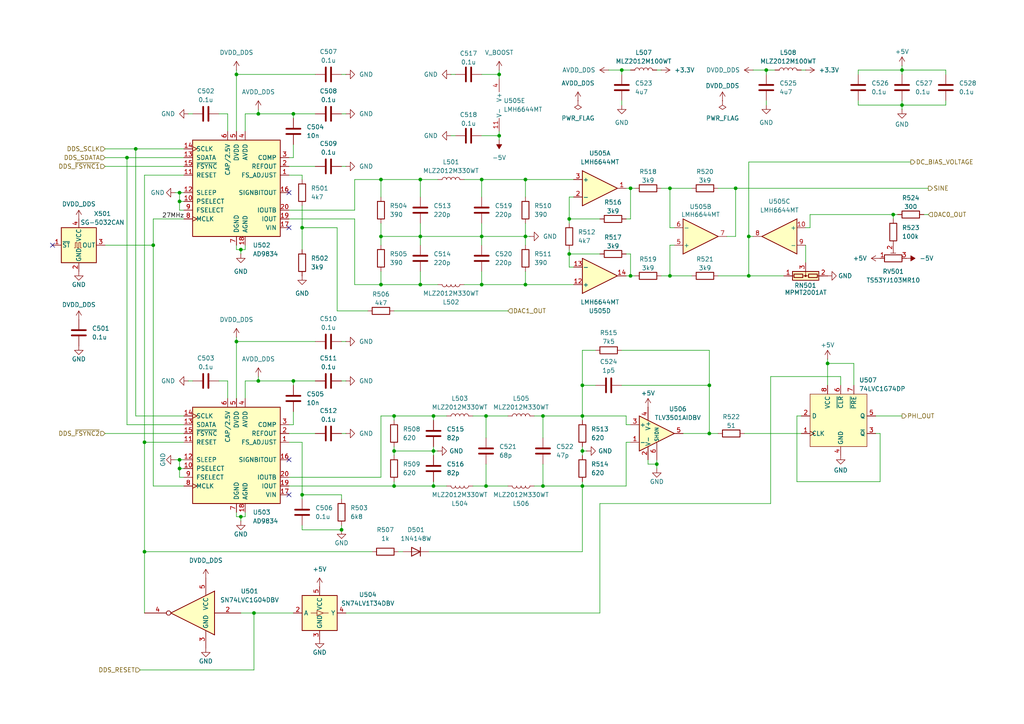
<source format=kicad_sch>
(kicad_sch (version 20231120) (generator "eeschema") (generator_version "8.0")
  (paper "A4")
  (junction (at 261.62 20.32))
  (junction (at 213.36 54.61))
  (junction (at 194.31 54.61))
  (junction (at 139.7 68.58))
  (junction (at 152.4 52.07))
  (junction (at 125.73 120.65))
  (junction (at 68.58 99.06))
  (junction (at 182.88 54.61))
  (junction (at 240.03 105.41))
  (junction (at 217.17 80.01))
  (junction (at 69.85 149.86))
  (junction (at 114.3 120.65))
  (junction (at 168.91 120.65))
  (junction (at 144.78 21.59))
  (junction (at 168.91 130.81))
  (junction (at 87.63 143.51))
  (junction (at 99.06 153.67))
  (junction (at 125.73 130.81))
  (junction (at 41.91 160.02))
  (junction (at 140.97 120.65))
  (junction (at 85.09 33.02))
  (junction (at 139.7 52.07))
  (junction (at 110.49 52.07))
  (junction (at 121.92 52.07))
  (junction (at 205.74 125.73))
  (junction (at 194.31 80.01))
  (junction (at 68.58 21.59))
  (junction (at 180.34 20.32))
  (junction (at 140.97 140.97))
  (junction (at 217.17 68.58))
  (junction (at 87.63 66.04))
  (junction (at 168.91 140.97))
  (junction (at 85.09 110.49))
  (junction (at 190.5 134.62))
  (junction (at 74.93 110.49))
  (junction (at 222.25 20.32))
  (junction (at 41.91 128.27))
  (junction (at 152.4 82.55))
  (junction (at 144.78 39.37))
  (junction (at 139.7 82.55))
  (junction (at 44.45 71.12))
  (junction (at 52.07 133.35))
  (junction (at 261.62 30.48))
  (junction (at 125.73 140.97))
  (junction (at 52.07 135.89))
  (junction (at 110.49 68.58))
  (junction (at 168.91 111.76))
  (junction (at 152.4 68.58))
  (junction (at 73.66 177.8))
  (junction (at 114.3 140.97))
  (junction (at 39.37 43.18))
  (junction (at 165.1 73.66))
  (junction (at 205.74 111.76))
  (junction (at 114.3 130.81))
  (junction (at 259.08 62.23))
  (junction (at 74.93 33.02))
  (junction (at 157.48 120.65))
  (junction (at 121.92 68.58))
  (junction (at 52.07 55.88))
  (junction (at 36.83 45.72))
  (junction (at 182.88 80.01))
  (junction (at 52.07 58.42))
  (junction (at 110.49 82.55))
  (junction (at 157.48 140.97))
  (junction (at 69.85 72.39))
  (junction (at 165.1 63.5))
  (junction (at 121.92 82.55))
  (no_connect (at 83.82 143.51))
  (no_connect (at 83.82 55.88))
  (no_connect (at 83.82 133.35))
  (no_connect (at 15.24 71.12))
  (no_connect (at 83.82 66.04))
  (wire (pts (xy 66.04 33.02) (xy 63.5 33.02)))
  (wire (pts (xy 134.62 52.07) (xy 139.7 52.07)))
  (wire (pts (xy 68.58 21.59) (xy 68.58 38.1)))
  (wire (pts (xy 99.06 99.06) (xy 100.33 99.06)))
  (wire (pts (xy 71.12 71.12) (xy 71.12 72.39)))
  (wire (pts (xy 110.49 52.07) (xy 110.49 57.15)))
  (wire (pts (xy 231.14 139.7) (xy 255.27 139.7)))
  (wire (pts (xy 68.58 97.79) (xy 68.58 99.06)))
  (wire (pts (xy 53.34 55.88) (xy 52.07 55.88)))
  (wire (pts (xy 87.63 50.8) (xy 83.82 50.8)))
  (wire (pts (xy 152.4 52.07) (xy 139.7 52.07)))
  (wire (pts (xy 68.58 71.12) (xy 68.58 72.39)))
  (wire (pts (xy 195.58 71.12) (xy 194.31 71.12)))
  (wire (pts (xy 121.92 57.15) (xy 121.92 52.07)))
  (wire (pts (xy 137.16 140.97) (xy 140.97 140.97)))
  (wire (pts (xy 125.73 130.81) (xy 127 130.81)))
  (wire (pts (xy 147.32 120.65) (xy 140.97 120.65)))
  (wire (pts (xy 85.09 33.02) (xy 91.44 33.02)))
  (wire (pts (xy 194.31 54.61) (xy 191.77 54.61)))
  (wire (pts (xy 99.06 152.4) (xy 99.06 153.67)))
  (wire (pts (xy 247.65 105.41) (xy 247.65 111.76)))
  (wire (pts (xy 168.91 140.97) (xy 181.61 140.97)))
  (wire (pts (xy 181.61 140.97) (xy 181.61 128.27)))
  (wire (pts (xy 114.3 121.92) (xy 114.3 120.65)))
  (wire (pts (xy 68.58 72.39) (xy 69.85 72.39)))
  (wire (pts (xy 125.73 139.7) (xy 125.73 140.97)))
  (wire (pts (xy 243.84 109.22) (xy 243.84 111.76)))
  (wire (pts (xy 110.49 64.77) (xy 110.49 68.58)))
  (wire (pts (xy 205.74 101.6) (xy 205.74 111.76)))
  (wire (pts (xy 52.07 138.43) (xy 53.34 138.43)))
  (wire (pts (xy 30.48 125.73) (xy 53.34 125.73)))
  (wire (pts (xy 30.48 45.72) (xy 36.83 45.72)))
  (wire (pts (xy 200.66 54.61) (xy 194.31 54.61)))
  (wire (pts (xy 190.5 20.32) (xy 191.77 20.32)))
  (wire (pts (xy 41.91 50.8) (xy 53.34 50.8)))
  (wire (pts (xy 114.3 130.81) (xy 125.73 130.81)))
  (wire (pts (xy 102.87 52.07) (xy 110.49 52.07)))
  (wire (pts (xy 87.63 152.4) (xy 87.63 153.67)))
  (wire (pts (xy 52.07 58.42) (xy 53.34 58.42)))
  (wire (pts (xy 139.7 68.58) (xy 139.7 71.12)))
  (wire (pts (xy 99.06 125.73) (xy 100.33 125.73)))
  (wire (pts (xy 85.09 45.72) (xy 85.09 41.91)))
  (wire (pts (xy 83.82 60.96) (xy 102.87 60.96)))
  (wire (pts (xy 144.78 40.64) (xy 144.78 39.37)))
  (wire (pts (xy 121.92 68.58) (xy 139.7 68.58)))
  (wire (pts (xy 223.52 109.22) (xy 243.84 109.22)))
  (wire (pts (xy 173.99 146.05) (xy 223.52 146.05)))
  (wire (pts (xy 102.87 63.5) (xy 102.87 82.55)))
  (wire (pts (xy 165.1 63.5) (xy 165.1 57.15)))
  (wire (pts (xy 165.1 72.39) (xy 165.1 73.66)))
  (wire (pts (xy 180.34 101.6) (xy 205.74 101.6)))
  (wire (pts (xy 195.58 66.04) (xy 194.31 66.04)))
  (wire (pts (xy 234.95 66.04) (xy 234.95 62.23)))
  (wire (pts (xy 121.92 52.07) (xy 127 52.07)))
  (wire (pts (xy 248.92 20.32) (xy 248.92 21.59)))
  (wire (pts (xy 187.96 134.62) (xy 190.5 134.62)))
  (wire (pts (xy 74.93 33.02) (xy 85.09 33.02)))
  (wire (pts (xy 74.93 109.22) (xy 74.93 110.49)))
  (wire (pts (xy 39.37 43.18) (xy 39.37 120.65)))
  (wire (pts (xy 168.91 120.65) (xy 168.91 111.76)))
  (wire (pts (xy 261.62 29.21) (xy 261.62 30.48)))
  (wire (pts (xy 210.82 68.58) (xy 213.36 68.58)))
  (wire (pts (xy 205.74 125.73) (xy 198.12 125.73)))
  (wire (pts (xy 233.68 66.04) (xy 234.95 66.04)))
  (wire (pts (xy 71.12 110.49) (xy 74.93 110.49)))
  (wire (pts (xy 168.91 140.97) (xy 168.91 139.7)))
  (wire (pts (xy 54.61 33.02) (xy 55.88 33.02)))
  (wire (pts (xy 69.85 149.86) (xy 71.12 149.86)))
  (wire (pts (xy 68.58 149.86) (xy 69.85 149.86)))
  (wire (pts (xy 30.48 71.12) (xy 44.45 71.12)))
  (wire (pts (xy 114.3 132.08) (xy 114.3 130.81)))
  (wire (pts (xy 71.12 148.59) (xy 71.12 149.86)))
  (wire (pts (xy 223.52 146.05) (xy 223.52 109.22)))
  (wire (pts (xy 218.44 68.58) (xy 217.17 68.58)))
  (wire (pts (xy 144.78 38.1) (xy 144.78 39.37)))
  (wire (pts (xy 187.96 133.35) (xy 187.96 134.62)))
  (wire (pts (xy 52.07 58.42) (xy 52.07 60.96)))
  (wire (pts (xy 140.97 120.65) (xy 137.16 120.65)))
  (wire (pts (xy 102.87 82.55) (xy 110.49 82.55)))
  (wire (pts (xy 91.44 21.59) (xy 68.58 21.59)))
  (wire (pts (xy 232.41 20.32) (xy 233.68 20.32)))
  (wire (pts (xy 30.48 43.18) (xy 39.37 43.18)))
  (wire (pts (xy 41.91 160.02) (xy 107.95 160.02)))
  (wire (pts (xy 261.62 20.32) (xy 261.62 21.59)))
  (wire (pts (xy 71.12 33.02) (xy 74.93 33.02)))
  (wire (pts (xy 168.91 130.81) (xy 168.91 132.08)))
  (wire (pts (xy 124.46 160.02) (xy 168.91 160.02)))
  (wire (pts (xy 114.3 140.97) (xy 114.3 139.7)))
  (wire (pts (xy 85.09 110.49) (xy 91.44 110.49)))
  (wire (pts (xy 83.82 123.19) (xy 85.09 123.19)))
  (wire (pts (xy 140.97 140.97) (xy 147.32 140.97)))
  (wire (pts (xy 83.82 125.73) (xy 91.44 125.73)))
  (wire (pts (xy 173.99 63.5) (xy 165.1 63.5)))
  (wire (pts (xy 194.31 71.12) (xy 194.31 80.01)))
  (wire (pts (xy 39.37 120.65) (xy 53.34 120.65)))
  (wire (pts (xy 232.41 120.65) (xy 231.14 120.65)))
  (wire (pts (xy 152.4 57.15) (xy 152.4 52.07)))
  (wire (pts (xy 261.62 30.48) (xy 261.62 31.75)))
  (wire (pts (xy 66.04 115.57) (xy 66.04 110.49)))
  (wire (pts (xy 68.58 99.06) (xy 68.58 115.57)))
  (wire (pts (xy 213.36 68.58) (xy 213.36 54.61)))
  (wire (pts (xy 125.73 120.65) (xy 129.54 120.65)))
  (wire (pts (xy 71.12 38.1) (xy 71.12 33.02)))
  (wire (pts (xy 53.34 133.35) (xy 52.07 133.35)))
  (wire (pts (xy 125.73 129.54) (xy 125.73 130.81)))
  (wire (pts (xy 205.74 111.76) (xy 205.74 125.73)))
  (wire (pts (xy 240.03 105.41) (xy 240.03 111.76)))
  (wire (pts (xy 274.32 30.48) (xy 274.32 29.21)))
  (wire (pts (xy 168.91 120.65) (xy 181.61 120.65)))
  (wire (pts (xy 180.34 111.76) (xy 205.74 111.76)))
  (wire (pts (xy 165.1 57.15) (xy 166.37 57.15)))
  (wire (pts (xy 182.88 73.66) (xy 181.61 73.66)))
  (wire (pts (xy 182.88 54.61) (xy 181.61 54.61)))
  (wire (pts (xy 50.8 55.88) (xy 52.07 55.88)))
  (wire (pts (xy 69.85 72.39) (xy 71.12 72.39)))
  (wire (pts (xy 259.08 62.23) (xy 260.35 62.23)))
  (wire (pts (xy 165.1 63.5) (xy 165.1 64.77)))
  (wire (pts (xy 152.4 64.77) (xy 152.4 68.58)))
  (wire (pts (xy 157.48 120.65) (xy 168.91 120.65)))
  (wire (pts (xy 125.73 130.81) (xy 125.73 132.08)))
  (wire (pts (xy 217.17 68.58) (xy 217.17 46.99)))
  (wire (pts (xy 255.27 139.7) (xy 255.27 125.73)))
  (wire (pts (xy 69.85 177.8) (xy 73.66 177.8)))
  (wire (pts (xy 222.25 20.32) (xy 224.79 20.32)))
  (wire (pts (xy 274.32 20.32) (xy 261.62 20.32)))
  (wire (pts (xy 44.45 63.5) (xy 44.45 71.12)))
  (wire (pts (xy 165.1 77.47) (xy 166.37 77.47)))
  (wire (pts (xy 180.34 20.32) (xy 182.88 20.32)))
  (wire (pts (xy 83.82 128.27) (xy 87.63 128.27)))
  (wire (pts (xy 139.7 82.55) (xy 152.4 82.55)))
  (wire (pts (xy 83.82 140.97) (xy 114.3 140.97)))
  (wire (pts (xy 182.88 63.5) (xy 182.88 54.61)))
  (wire (pts (xy 157.48 120.65) (xy 154.94 120.65)))
  (wire (pts (xy 261.62 19.05) (xy 261.62 20.32)))
  (wire (pts (xy 99.06 21.59) (xy 100.33 21.59)))
  (wire (pts (xy 83.82 63.5) (xy 102.87 63.5)))
  (wire (pts (xy 110.49 52.07) (xy 121.92 52.07)))
  (wire (pts (xy 181.61 128.27) (xy 182.88 128.27)))
  (wire (pts (xy 154.94 140.97) (xy 157.48 140.97)))
  (wire (pts (xy 222.25 21.59) (xy 222.25 20.32)))
  (wire (pts (xy 102.87 60.96) (xy 102.87 52.07)))
  (wire (pts (xy 87.63 143.51) (xy 99.06 143.51)))
  (wire (pts (xy 121.92 64.77) (xy 121.92 68.58)))
  (wire (pts (xy 173.99 73.66) (xy 165.1 73.66)))
  (wire (pts (xy 110.49 120.65) (xy 110.49 138.43)))
  (wire (pts (xy 44.45 140.97) (xy 53.34 140.97)))
  (wire (pts (xy 73.66 177.8) (xy 85.09 177.8)))
  (wire (pts (xy 254 120.65) (xy 261.62 120.65)))
  (wire (pts (xy 69.85 72.39) (xy 69.85 73.66)))
  (wire (pts (xy 87.63 66.04) (xy 97.79 66.04)))
  (wire (pts (xy 68.58 148.59) (xy 68.58 149.86)))
  (wire (pts (xy 110.49 82.55) (xy 121.92 82.55)))
  (wire (pts (xy 83.82 48.26) (xy 91.44 48.26)))
  (wire (pts (xy 53.34 128.27) (xy 41.91 128.27)))
  (wire (pts (xy 217.17 46.99) (xy 264.16 46.99)))
  (wire (pts (xy 99.06 33.02) (xy 100.33 33.02)))
  (wire (pts (xy 218.44 20.32) (xy 222.25 20.32)))
  (wire (pts (xy 41.91 160.02) (xy 41.91 177.8)))
  (wire (pts (xy 83.82 138.43) (xy 110.49 138.43)))
  (wire (pts (xy 130.81 21.59) (xy 132.08 21.59)))
  (wire (pts (xy 85.09 33.02) (xy 85.09 34.29)))
  (wire (pts (xy 215.9 125.73) (xy 232.41 125.73)))
  (wire (pts (xy 152.4 82.55) (xy 166.37 82.55)))
  (wire (pts (xy 217.17 80.01) (xy 227.33 80.01)))
  (wire (pts (xy 168.91 111.76) (xy 172.72 111.76)))
  (wire (pts (xy 240.03 105.41) (xy 247.65 105.41)))
  (wire (pts (xy 182.88 80.01) (xy 182.88 73.66)))
  (wire (pts (xy 87.63 153.67) (xy 99.06 153.67)))
  (wire (pts (xy 259.08 62.23) (xy 259.08 63.5)))
  (wire (pts (xy 274.32 21.59) (xy 274.32 20.32)))
  (wire (pts (xy 152.4 68.58) (xy 153.67 68.58)))
  (wire (pts (xy 139.7 57.15) (xy 139.7 52.07)))
  (wire (pts (xy 71.12 115.57) (xy 71.12 110.49)))
  (wire (pts (xy 205.74 125.73) (xy 208.28 125.73)))
  (wire (pts (xy 168.91 111.76) (xy 168.91 101.6)))
  (wire (pts (xy 180.34 21.59) (xy 180.34 20.32)))
  (wire (pts (xy 231.14 120.65) (xy 231.14 139.7)))
  (wire (pts (xy 181.61 63.5) (xy 182.88 63.5)))
  (wire (pts (xy 52.07 55.88) (xy 52.07 58.42)))
  (wire (pts (xy 157.48 127) (xy 157.48 120.65)))
  (wire (pts (xy 99.06 110.49) (xy 100.33 110.49)))
  (wire (pts (xy 66.04 110.49) (xy 63.5 110.49)))
  (wire (pts (xy 52.07 135.89) (xy 52.07 138.43)))
  (wire (pts (xy 125.73 120.65) (xy 125.73 121.92)))
  (wire (pts (xy 114.3 120.65) (xy 125.73 120.65)))
  (wire (pts (xy 50.8 133.35) (xy 52.07 133.35)))
  (wire (pts (xy 140.97 140.97) (xy 140.97 134.62)))
  (wire (pts (xy 91.44 99.06) (xy 68.58 99.06)))
  (wire (pts (xy 213.36 54.61) (xy 208.28 54.61)))
  (wire (pts (xy 194.31 80.01) (xy 191.77 80.01)))
  (wire (pts (xy 39.37 43.18) (xy 53.34 43.18)))
  (wire (pts (xy 152.4 82.55) (xy 152.4 78.74)))
  (wire (pts (xy 240.03 104.14) (xy 240.03 105.41)))
  (wire (pts (xy 125.73 140.97) (xy 129.54 140.97)))
  (wire (pts (xy 121.92 68.58) (xy 121.92 71.12)))
  (wire (pts (xy 54.61 110.49) (xy 55.88 110.49)))
  (wire (pts (xy 190.5 134.62) (xy 190.5 135.89)))
  (wire (pts (xy 115.57 160.02) (xy 116.84 160.02)))
  (wire (pts (xy 144.78 22.86) (xy 144.78 21.59)))
  (wire (pts (xy 168.91 121.92) (xy 168.91 120.65)))
  (wire (pts (xy 30.48 48.26) (xy 53.34 48.26)))
  (wire (pts (xy 73.66 177.8) (xy 73.66 194.31)))
  (wire (pts (xy 52.07 60.96) (xy 53.34 60.96)))
  (wire (pts (xy 157.48 140.97) (xy 157.48 134.62)))
  (wire (pts (xy 190.5 134.62) (xy 190.5 133.35)))
  (wire (pts (xy 110.49 78.74) (xy 110.49 82.55)))
  (wire (pts (xy 85.09 110.49) (xy 85.09 111.76)))
  (wire (pts (xy 114.3 120.65) (xy 110.49 120.65)))
  (wire (pts (xy 36.83 123.19) (xy 53.34 123.19)))
  (wire (pts (xy 233.68 71.12) (xy 233.68 76.2)))
  (wire (pts (xy 168.91 160.02) (xy 168.91 140.97)))
  (wire (pts (xy 110.49 68.58) (xy 110.49 71.12)))
  (wire (pts (xy 261.62 20.32) (xy 248.92 20.32)))
  (wire (pts (xy 121.92 82.55) (xy 121.92 78.74)))
  (wire (pts (xy 99.06 144.78) (xy 99.06 143.51)))
  (wire (pts (xy 168.91 130.81) (xy 170.18 130.81)))
  (wire (pts (xy 74.93 110.49) (xy 85.09 110.49)))
  (wire (pts (xy 248.92 30.48) (xy 261.62 30.48)))
  (wire (pts (xy 213.36 54.61) (xy 269.24 54.61)))
  (wire (pts (xy 83.82 45.72) (xy 85.09 45.72)))
  (wire (pts (xy 97.79 90.17) (xy 106.68 90.17)))
  (wire (pts (xy 181.61 123.19) (xy 181.61 120.65)))
  (wire (pts (xy 69.85 149.86) (xy 69.85 151.13)))
  (wire (pts (xy 44.45 63.5) (xy 53.34 63.5)))
  (wire (pts (xy 52.07 135.89) (xy 53.34 135.89)))
  (wire (pts (xy 68.58 20.32) (xy 68.58 21.59)))
  (wire (pts (xy 40.64 194.31) (xy 73.66 194.31)))
  (wire (pts (xy 87.63 59.69) (xy 87.63 66.04)))
  (wire (pts (xy 99.06 48.26) (xy 100.33 48.26)))
  (wire (pts (xy 139.7 21.59) (xy 144.78 21.59)))
  (wire (pts (xy 152.4 71.12) (xy 152.4 68.58)))
  (wire (pts (xy 261.62 30.48) (xy 274.32 30.48)))
  (wire (pts (xy 184.15 80.01) (xy 182.88 80.01)))
  (wire (pts (xy 217.17 68.58) (xy 217.17 80.01)))
  (wire (pts (xy 173.99 177.8) (xy 173.99 146.05)))
  (wire (pts (xy 114.3 130.81) (xy 114.3 129.54)))
  (wire (pts (xy 139.7 64.77) (xy 139.7 68.58)))
  (wire (pts (xy 248.92 29.21) (xy 248.92 30.48)))
  (wire (pts (xy 139.7 39.37) (xy 144.78 39.37)))
  (wire (pts (xy 66.04 38.1) (xy 66.04 33.02)))
  (wire (pts (xy 139.7 82.55) (xy 139.7 78.74)))
  (wire (pts (xy 85.09 123.19) (xy 85.09 119.38)))
  (wire (pts (xy 41.91 128.27) (xy 41.91 160.02)))
  (wire (pts (xy 114.3 90.17) (xy 147.32 90.17)))
  (wire (pts (xy 181.61 80.01) (xy 182.88 80.01)))
  (wire (pts (xy 168.91 101.6) (xy 172.72 101.6)))
  (wire (pts (xy 134.62 82.55) (xy 139.7 82.55)))
  (wire (pts (xy 222.25 29.21) (xy 222.25 30.48)))
  (wire (pts (xy 182.88 123.19) (xy 181.61 123.19)))
  (wire (pts (xy 36.83 45.72) (xy 53.34 45.72)))
  (wire (pts (xy 44.45 71.12) (xy 44.45 140.97)))
  (wire (pts (xy 180.34 29.21) (xy 180.34 30.48)))
  (wire (pts (xy 125.73 140.97) (xy 114.3 140.97)))
  (wire (pts (xy 74.93 31.75) (xy 74.93 33.02)))
  (wire (pts (xy 130.81 39.37) (xy 132.08 39.37)))
  (wire (pts (xy 165.1 73.66) (xy 165.1 77.47)))
  (wire (pts (xy 87.63 144.78) (xy 87.63 143.51)))
  (wire (pts (xy 87.63 143.51) (xy 87.63 128.27)))
  (wire (pts (xy 234.95 62.23) (xy 259.08 62.23)))
  (wire (pts (xy 176.53 20.32) (xy 180.34 20.32)))
  (wire (pts (xy 100.33 177.8) (xy 173.99 177.8)))
  (wire (pts (xy 267.97 62.23) (xy 269.24 62.23)))
  (wire (pts (xy 144.78 20.32) (xy 144.78 21.59)))
  (wire (pts (xy 168.91 129.54) (xy 168.91 130.81)))
  (wire (pts (xy 121.92 82.55) (xy 127 82.55)))
  (wire (pts (xy 87.63 52.07) (xy 87.63 50.8)))
  (wire (pts (xy 140.97 127) (xy 140.97 120.65)))
  (wire (pts (xy 36.83 45.72) (xy 36.83 123.19)))
  (wire (pts (xy 194.31 66.04) (xy 194.31 54.61)))
  (wire (pts (xy 152.4 52.07) (xy 166.37 52.07)))
  (wire (pts (xy 87.63 66.04) (xy 87.63 72.39)))
  (wire (pts (xy 52.07 133.35) (xy 52.07 135.89)))
  (wire (pts (xy 255.27 125.73) (xy 254 125.73)))
  (wire (pts (xy 208.28 80.01) (xy 217.17 80.01)))
  (wire (pts (xy 139.7 68.58) (xy 152.4 68.58)))
  (wire (pts (xy 97.79 66.04) (xy 97.79 90.17)))
  (wire (pts (xy 41.91 128.27) (xy 41.91 50.8)))
  (wire (pts (xy 110.49 68.58) (xy 121.92 68.58)))
  (wire (pts (xy 184.15 54.61) (xy 182.88 54.61)))
  (wire (pts (xy 194.31 80.01) (xy 200.66 80.01)))
  (wire (pts (xy 157.48 140.97) (xy 168.91 140.97)))
  (label "27MHz" (at 46.99 63.5 0))
  (hierarchical_label "DDS_~{FSYNC1}" (shape input) (at 30.48 48.26 180))
  (hierarchical_label "PHI_OUT" (shape output) (at 261.62 120.65 0))
  (hierarchical_label "DC_BIAS_VOLTAGE" (shape output) (at 264.16 46.99 0))
  (hierarchical_label "DDS_RESET" (shape input) (at 40.64 194.31 180))
  (hierarchical_label "DDS_SCLK" (shape input) (at 30.48 43.18 180))
  (hierarchical_label "DAC0_OUT" (shape input) (at 269.24 62.23 0))
  (hierarchical_label "SINE" (shape output) (at 269.24 54.61 0))
  (hierarchical_label "DDS_~{FSYNC2}" (shape input) (at 30.48 125.73 180))
  (hierarchical_label "DAC1_OUT" (shape input) (at 147.32 90.17 0))
  (hierarchical_label "DDS_SDATA" (shape input) (at 30.48 45.72 180))
  (symbol (lib_id "power:GND") (at 222.25 30.48 0) (unit 1)
    (property "Reference" "#PWR0540" (effects (hide yes)))
    (property "Value" "GND" (at 222.25 35.56 0))
    (property "Description" "Power symbol creates a global label with name \"GND\" , ground" (effects (hide yes)))
  )
  (symbol (lib_id "power:GND") (at 130.81 39.37 270) (unit 1)
    (property "Reference" "#PWR0529" (effects (hide yes)))
    (property "Value" "GND" (at 127 39.3699 90) (effects (justify right)))
    (property "Description" "Power symbol creates a global label with name \"GND\" , ground" (effects (hide yes)))
  )
  (symbol (lib_id "Device:VoltageDivider_CenterPin3") (at 233.68 80.01 90) (unit 1)
    (property "Reference" "RN501" (at 230.378 82.804 90) (effects (justify right)))
    (property "Value" "MPMT2001AT" (at 227.584 84.836 90) (effects (justify right)))
    (property "Footprint" "Package_TO_SOT_SMD:SOT-23" (effects (hide yes)))
  )
  (symbol (lib_id "Device:C") (at 248.92 25.4 0) (unit 1)
    (property "Reference" "C526" (at 252.73 24.1299 0) (effects (justify left)))
    (property "Value" "0.1u" (at 252.73 26.6699 0) (effects (justify left)))
    (property "Footprint" "Capacitor_SMD:C_0603_1608Metric_Pad1.08x0.95mm_HandSolder" (effects (hide yes)))
    (property "Description" "Unpolarized capacitor" (effects (hide yes)))
  )
  (symbol (lib_id "Comparator:TLV3501AIDBV") (at 190.5 125.73 0) (unit 1)
    (property "Reference" "U506" (at 196.596 118.618 0))
    (property "Value" "TLV3501AIDBV" (at 196.596 121.158 0))
    (property "Footprint" "Package_TO_SOT_SMD:SOT-23-6" (effects (hide yes)))
    (property "Datasheet" "https://www.ti.com/lit/ds/symlink/tlv3501.pdf" (effects (hide yes)))
    (property "Description" "High-Speed Comparator, 4.5-ns, Rail-to-Rail, Push-Pull CMOS Output, SOT-23-6" (effects (hide yes)))
  )
  (symbol (lib_id "ETH1LCR3:AVDD_DDS") (at 74.93 109.22 0) (unit 1)
    (property "Reference" "#PWR0516" (effects (hide yes)))
    (property "Value" "AVDD_DDS" (at 74.93 104.14 0))
  )
  (symbol (lib_id "Device:R") (at 259.08 67.31 0) (unit 1)
    (property "Reference" "R523" (at 261.62 66.0399 0) (effects (justify left)))
    (property "Value" "100k" (at 261.62 68.5799 0) (effects (justify left)))
    (property "Footprint" "Resistor_SMD:R_0603_1608Metric_Pad0.98x0.95mm_HandSolder" (effects (hide yes)))
    (property "Description" "Resistor" (effects (hide yes)))
  )
  (symbol (lib_id "power:GND") (at 50.8 133.35 270) (unit 1)
    (property "Reference" "#PWR0506" (effects (hide yes)))
    (property "Value" "GND" (at 47.244 135.382 0) (effects (justify right)))
    (property "Description" "Power symbol creates a global label with name \"GND\" , ground" (effects (hide yes)))
  )
  (symbol (lib_id "Device:L") (at 228.6 20.32 90) (unit 1)
    (property "Reference" "L508" (at 228.6 15.24 90))
    (property "Value" "MLZ2012M100WT" (at 228.6 17.78 90))
    (property "Footprint" "Inductor_SMD:L_0805_2012Metric_Pad1.05x1.20mm_HandSolder" (effects (hide yes)))
    (property "Description" "Inductor" (effects (hide yes)))
  )
  (symbol (lib_id "Device:R") (at 114.3 125.73 0) (unit 1)
    (property "Reference" "R508" (at 116.84 124.4599 0) (effects (justify left)))
    (property "Value" "620" (at 116.84 126.9999 0) (effects (justify left)))
    (property "Footprint" "Resistor_SMD:R_0603_1608Metric_Pad0.98x0.95mm_HandSolder" (effects (hide yes)))
    (property "Description" "Resistor" (effects (hide yes)))
  )
  (symbol (lib_id "ETH1LCR3:DVDD_DDS") (at 22.86 63.5 0) (unit 1)
    (property "Reference" "#PWR0501" (effects (hide yes)))
    (property "Value" "DVDD_DDS" (at 22.86 59.182 0))
  )
  (symbol (lib_id "Device:R") (at 152.4 60.96 0) (unit 1)
    (property "Reference" "R510" (at 154.94 59.6899 0) (effects (justify left)))
    (property "Value" "390" (at 154.94 62.2299 0) (effects (justify left)))
    (property "Footprint" "Resistor_SMD:R_0603_1608Metric_Pad0.98x0.95mm_HandSolder" (effects (hide yes)))
    (property "Description" "Resistor" (effects (hide yes)))
  )
  (symbol (lib_id "power:GND") (at 243.84 132.08 0) (unit 1)
    (property "Reference" "#PWR0544" (effects (hide yes)))
    (property "Value" "GND" (at 243.84 136.398 0))
    (property "Description" "Power symbol creates a global label with name \"GND\" , ground" (effects (hide yes)))
  )
  (symbol (lib_id "power:GND") (at 100.33 48.26 90) (unit 1)
    (property "Reference" "#PWR0523" (effects (hide yes)))
    (property "Value" "GND" (at 104.14 48.2599 90) (effects (justify right)))
    (property "Description" "Power symbol creates a global label with name \"GND\" , ground" (effects (hide yes)))
  )
  (symbol (lib_id "Device:R_Potentiometer_Trim") (at 259.08 74.93 90) (unit 1)
    (property "Reference" "RV501" (at 259.08 78.74 90))
    (property "Value" "TS53YJ103MR10" (at 259.08 81.28 90))
    (property "Footprint" "Potentiometer_SMD:Potentiometer_Vishay_TS53YJ_Vertical" (effects (hide yes)))
    (property "Description" "Trim-potentiometer" (effects (hide yes)))
  )
  (symbol (lib_id "Device:C") (at 157.48 130.81 0) (unit 1)
    (property "Reference" "C522" (at 161.29 129.5399 0) (effects (justify left)))
    (property "Value" "47p" (at 161.29 132.0799 0) (effects (justify left)))
    (property "Footprint" "Capacitor_SMD:C_0603_1608Metric_Pad1.08x0.95mm_HandSolder" (effects (hide yes)))
    (property "Description" "Unpolarized capacitor" (effects (hide yes)))
  )
  (symbol (lib_id "ETH1LCR3:AVDD_DDS") (at 176.53 20.32 90) (unit 1)
    (property "Reference" "#PWR0533" (effects (hide yes)))
    (property "Value" "AVDD_DDS" (at 172.72 20.3199 90) (effects (justify left)))
  )
  (symbol (lib_id "Device:R") (at 87.63 76.2 180) (unit 1)
    (property "Reference" "R502" (at 90.17 74.9299 0) (effects (justify right)))
    (property "Value" "3k9" (at 90.17 77.4699 0) (effects (justify right)))
    (property "Footprint" "Resistor_SMD:R_0603_1608Metric_Pad0.98x0.95mm_HandSolder" (effects (hide yes)))
    (property "Description" "Resistor" (effects (hide yes)))
  )
  (symbol (lib_id "Device:C") (at 222.25 25.4 0) (unit 1)
    (property "Reference" "C525" (at 226.06 24.1299 0) (effects (justify left)))
    (property "Value" "4u7" (at 226.06 26.6699 0) (effects (justify left)))
    (property "Footprint" "Capacitor_SMD:C_0805_2012Metric_Pad1.18x1.45mm_HandSolder" (effects (hide yes)))
    (property "Description" "Unpolarized capacitor" (effects (hide yes)))
  )
  (symbol (lib_id "power:GND") (at 99.06 153.67 0) (unit 1)
    (property "Reference" "#PWR0520" (effects (hide yes)))
    (property "Value" "GND" (at 99.06 157.48 0))
    (property "Description" "Power symbol creates a global label with name \"GND\" , ground" (effects (hide yes)))
  )
  (symbol (lib_id "ETH1LCR3:LMH6644MT") (at 144.78 30.48 0) (unit 5)
    (property "Reference" "U505" (at 146.05 29.2099 0) (effects (justify left)))
    (property "Value" "LMH6644MT" (at 146.05 31.7499 0) (effects (justify left)))
    (property "Footprint" "Package_SO:TSSOP-14_4.4x5mm_P0.65mm" (effects (hide yes)))
    (property "Datasheet" "https://www.ti.com/product/LMH6644" (effects (hide yes)))
    (property "Description" "LMH664x Low Power, 130 MHz, 75 mA Rail-to-Rail Output Amplifiers" (effects (hide yes)))
  )
  (symbol (lib_id "power:GND") (at 100.33 21.59 90) (unit 1)
    (property "Reference" "#PWR0521" (effects (hide yes)))
    (property "Value" "GND" (at 104.14 21.5899 90) (effects (justify right)))
    (property "Description" "Power symbol creates a global label with name \"GND\" , ground" (effects (hide yes)))
  )
  (symbol (lib_id "Device:R") (at 168.91 125.73 0) (unit 1)
    (property "Reference" "R513" (at 171.45 124.4599 0) (effects (justify left)))
    (property "Value" "620" (at 171.45 126.9999 0) (effects (justify left)))
    (property "Footprint" "Resistor_SMD:R_0603_1608Metric_Pad0.98x0.95mm_HandSolder" (effects (hide yes)))
    (property "Description" "Resistor" (effects (hide yes)))
  )
  (symbol (lib_id "Oscillator:SG-5032CAN") (at 22.86 71.12 0) (unit 1)
    (property "Reference" "X501" (at 29.718 61.976 0))
    (property "Value" "SG-5032CAN" (at 29.718 64.516 0))
    (property "Footprint" "Oscillator:Oscillator_SMD_SeikoEpson_SG8002LB-4Pin_5.0x3.2mm" (effects (hide yes)))
    (property "Datasheet" "https://support.epson.biz/td/api/doc_check.php?dl=brief_SG5032CAN&lang=en" (effects (hide yes)))
    (property "Description" "CMOS Clock Oscillator 1 to 75 MHz" (effects (hide yes)))
  )
  (symbol (lib_id "Interface:AD9834") (at 68.58 133.35 0) (unit 1)
    (property "Reference" "U503" (at 73.3141 148.59 0) (effects (justify left)))
    (property "Value" "AD9834" (at 73.3141 151.13 0) (effects (justify left)))
    (property "Footprint" "Package_SO:TSSOP-20_4.4x6.5mm_P0.65mm" (effects (hide yes)))
    (property "Datasheet" "https://www.analog.com/static/imported-files/data_sheets/AD9834.pdf" (effects (hide yes)))
    (property "Description" "10 bit 75 MHz Complete Direct Digital Synthesizer, 2.3V to 5.5V, 20mW, TSSOP-20" (effects (hide yes)))
  )
  (symbol (lib_id "Device:C") (at 85.09 115.57 0) (unit 1)
    (property "Reference" "C505" (at 88.9 114.2999 0) (effects (justify left)))
    (property "Value" "10n" (at 88.9 116.8399 0) (effects (justify left)))
    (property "Footprint" "Capacitor_SMD:C_0603_1608Metric_Pad1.08x0.95mm_HandSolder" (effects (hide yes)))
    (property "Description" "Unpolarized capacitor" (effects (hide yes)))
  )
  (symbol (lib_id "ETH1LCR3:DVDD_DDS") (at 218.44 20.32 90) (unit 1)
    (property "Reference" "#PWR0539" (effects (hide yes)))
    (property "Value" "DVDD_DDS" (at 214.63 20.3199 90) (effects (justify left)))
  )
  (symbol (lib_id "Device:C") (at 95.25 21.59 90) (unit 1)
    (property "Reference" "C507" (at 95.25 14.986 90))
    (property "Value" "0.1u" (at 95.25 17.526 90))
    (property "Footprint" "Capacitor_SMD:C_0603_1608Metric_Pad1.08x0.95mm_HandSolder" (effects (hide yes)))
    (property "Description" "Unpolarized capacitor" (effects (hide yes)))
  )
  (symbol (lib_id "Device:C") (at 261.62 25.4 0) (unit 1)
    (property "Reference" "C527" (at 265.43 24.1299 0) (effects (justify left)))
    (property "Value" "0.1u" (at 265.43 26.6699 0) (effects (justify left)))
    (property "Footprint" "Capacitor_SMD:C_0603_1608Metric_Pad1.08x0.95mm_HandSolder" (effects (hide yes)))
    (property "Description" "Unpolarized capacitor" (effects (hide yes)))
  )
  (symbol (lib_id "Device:L") (at 130.81 82.55 270) (unit 1)
    (property "Reference" "L502" (at 130.81 87.63 90))
    (property "Value" "MLZ2012M330WT" (at 130.81 85.09 90))
    (property "Footprint" "Inductor_SMD:L_0805_2012Metric_Pad1.05x1.20mm_HandSolder" (effects (hide yes)))
    (property "Description" "Inductor" (effects (hide yes)))
  )
  (symbol (lib_id "Device:R") (at 212.09 125.73 90) (unit 1)
    (property "Reference" "R522" (at 212.09 120.904 90))
    (property "Value" "51" (at 212.09 123.444 90))
    (property "Footprint" "Resistor_SMD:R_0603_1608Metric_Pad0.98x0.95mm_HandSolder" (effects (hide yes)))
    (property "Description" "Resistor" (effects (hide yes)))
  )
  (symbol (lib_id "Device:R") (at 264.16 62.23 90) (unit 1)
    (property "Reference" "R524" (at 264.16 57.404 90))
    (property "Value" "300" (at 264.16 59.944 90))
    (property "Footprint" "Resistor_SMD:R_0603_1608Metric_Pad0.98x0.95mm_HandSolder" (effects (hide yes)))
    (property "Description" "Resistor" (effects (hide yes)))
  )
  (symbol (lib_id "Device:R") (at 152.4 74.93 0) (unit 1)
    (property "Reference" "R511" (at 154.94 73.6599 0) (effects (justify left)))
    (property "Value" "390" (at 154.94 76.1999 0) (effects (justify left)))
    (property "Footprint" "Resistor_SMD:R_0603_1608Metric_Pad0.98x0.95mm_HandSolder" (effects (hide yes)))
    (property "Description" "Resistor" (effects (hide yes)))
  )
  (symbol (lib_id "power:GND") (at 22.86 100.33 0) (unit 1)
    (property "Reference" "#PWR0504" (effects (hide yes)))
    (property "Value" "GND" (at 22.86 104.14 0))
    (property "Description" "Power symbol creates a global label with name \"GND\" , ground" (effects (hide yes)))
  )
  (symbol (lib_id "Device:L") (at 186.69 20.32 90) (unit 1)
    (property "Reference" "L507" (at 186.69 15.24 90))
    (property "Value" "MLZ2012M100WT" (at 186.69 17.78 90))
    (property "Footprint" "Inductor_SMD:L_0805_2012Metric_Pad1.05x1.20mm_HandSolder" (effects (hide yes)))
    (property "Description" "Inductor" (effects (hide yes)))
  )
  (symbol (lib_id "ETH1LCR3:AVDD_DDS") (at 74.93 31.75 0) (unit 1)
    (property "Reference" "#PWR0515" (effects (hide yes)))
    (property "Value" "AVDD_DDS" (at 74.93 26.67 0))
  )
  (symbol (lib_id "Device:R") (at 177.8 63.5 90) (unit 1)
    (property "Reference" "R516" (at 177.8 58.674 90))
    (property "Value" "3k9" (at 177.8 61.214 90))
    (property "Footprint" "Resistor_SMD:R_0603_1608Metric_Pad0.98x0.95mm_HandSolder" (effects (hide yes)))
    (property "Description" "Resistor" (effects (hide yes)))
  )
  (symbol (lib_id "Device:L") (at 130.81 52.07 90) (unit 1)
    (property "Reference" "L501" (at 130.81 46.99 90))
    (property "Value" "MLZ2012M330WT" (at 130.81 49.53 90))
    (property "Footprint" "Inductor_SMD:L_0805_2012Metric_Pad1.05x1.20mm_HandSolder" (effects (hide yes)))
    (property "Description" "Inductor" (effects (hide yes)))
  )
  (symbol (lib_id "Interface:AD9834") (at 68.58 55.88 0) (unit 1)
    (property "Reference" "U502" (at 73.3141 71.12 0) (effects (justify left)))
    (property "Value" "AD9834" (at 73.3141 73.66 0) (effects (justify left)))
    (property "Footprint" "Package_SO:TSSOP-20_4.4x6.5mm_P0.65mm" (effects (hide yes)))
    (property "Datasheet" "https://www.analog.com/static/imported-files/data_sheets/AD9834.pdf" (effects (hide yes)))
    (property "Description" "10 bit 75 MHz Complete Direct Digital Synthesizer, 2.3V to 5.5V, 20mW, TSSOP-20" (effects (hide yes)))
  )
  (symbol (lib_id "ETH1LCR3:74LVC1G74DP") (at 243.84 121.92 0) (unit 1)
    (property "Reference" "U507" (at 249.174 110.236 0) (effects (justify left)))
    (property "Value" "74LVC1G74DP" (at 249.174 112.776 0) (effects (justify left)))
    (property "Footprint" "Package_SO:TSSOP-8_3x3mm_P0.65mm" (effects (hide yes)))
    (property "Datasheet" "https://assets.nexperia.com/documents/data-sheet/74LVC1G74.pdf" (effects (hide yes)))
    (property "Description" "Single D-type flip-flop with set and reset, positive edge trigger" (effects (hide yes)))
  )
  (symbol (lib_id "Device:C") (at 87.63 148.59 0) (unit 1)
    (property "Reference" "C506" (at 91.44 147.3199 0) (effects (justify left)))
    (property "Value" "0.1u" (at 91.44 149.8599 0) (effects (justify left)))
    (property "Footprint" "Capacitor_SMD:C_0603_1608Metric_Pad1.08x0.95mm_HandSolder" (effects (hide yes)))
    (property "Description" "Unpolarized capacitor" (effects (hide yes)))
  )
  (symbol (lib_id "Device:C") (at 139.7 60.96 0) (unit 1)
    (property "Reference" "C519" (at 143.51 59.6899 0) (effects (justify left)))
    (property "Value" "220p" (at 143.51 62.2299 0) (effects (justify left)))
    (property "Footprint" "Capacitor_SMD:C_0603_1608Metric_Pad1.08x0.95mm_HandSolder" (effects (hide yes)))
    (property "Description" "Unpolarized capacitor" (effects (hide yes)))
  )
  (symbol (lib_id "power:GND") (at 170.18 130.81 90) (unit 1)
    (property "Reference" "#PWR0534" (effects (hide yes)))
    (property "Value" "GND" (at 173.482 130.81 90) (effects (justify right)))
    (property "Description" "Power symbol creates a global label with name \"GND\" , ground" (effects (hide yes)))
  )
  (symbol (lib_id "power:+5V") (at 255.27 74.93 90) (unit 1)
    (property "Reference" "#PWR0545" (effects (hide yes)))
    (property "Value" "+5V" (at 251.46 74.9301 90) (effects (justify left)))
    (property "Description" "Power symbol creates a global label with name \"+5V\"" (effects (hide yes)))
  )
  (symbol (lib_id "Device:C") (at 95.25 99.06 90) (unit 1)
    (property "Reference" "C510" (at 95.25 92.456 90))
    (property "Value" "0.1u" (at 95.25 94.996 90))
    (property "Footprint" "Capacitor_SMD:C_0603_1608Metric_Pad1.08x0.95mm_HandSolder" (effects (hide yes)))
    (property "Description" "Unpolarized capacitor" (effects (hide yes)))
  )
  (symbol (lib_id "ETH1LCR3:LMH6644MT") (at 173.99 80.01 0) (mirror x) (unit 4)
    (property "Reference" "U505" (at 173.99 90.17 0))
    (property "Value" "LMH6644MT" (at 173.99 87.63 0))
    (property "Footprint" "Package_SO:TSSOP-14_4.4x5mm_P0.65mm" (effects (hide yes)))
    (property "Datasheet" "https://www.ti.com/product/LMH6644" (effects (hide yes)))
    (property "Description" "LMH664x Low Power, 130 MHz, 75 mA Rail-to-Rail Output Amplifiers" (effects (hide yes)))
  )
  (symbol (lib_id "power:+5V") (at 187.96 118.11 0) (unit 1)
    (property "Reference" "#PWR0536" (effects (hide yes)))
    (property "Value" "+5V" (at 187.96 114.046 0))
    (property "Description" "Power symbol creates a global label with name \"+5V\"" (effects (hide yes)))
  )
  (symbol (lib_id "Device:R") (at 176.53 101.6 90) (unit 1)
    (property "Reference" "R515" (at 176.53 96.52 90))
    (property "Value" "7k5" (at 176.53 99.06 90))
    (property "Footprint" "Resistor_SMD:R_0603_1608Metric_Pad0.98x0.95mm_HandSolder" (effects (hide yes)))
    (property "Description" "Resistor" (effects (hide yes)))
  )
  (symbol (lib_id "power:GND") (at 153.67 68.58 90) (unit 1)
    (property "Reference" "#PWR0532" (effects (hide yes)))
    (property "Value" "GND" (at 157.48 68.5799 90) (effects (justify right)))
    (property "Description" "Power symbol creates a global label with name \"GND\" , ground" (effects (hide yes)))
  )
  (symbol (lib_id "ETH1LCR3:LMH6644MT") (at 203.2 68.58 0) (mirror x) (unit 2)
    (property "Reference" "U505" (at 203.2 59.944 0))
    (property "Value" "LMH6644MT" (at 203.2 62.23 0))
    (property "Footprint" "Package_SO:TSSOP-14_4.4x5mm_P0.65mm" (effects (hide yes)))
    (property "Datasheet" "https://www.ti.com/product/LMH6644" (effects (hide yes)))
    (property "Description" "LMH664x Low Power, 130 MHz, 75 mA Rail-to-Rail Output Amplifiers" (effects (hide yes)))
  )
  (symbol (lib_id "Logic_LevelTranslator:SN74LV1T34DBV") (at 92.71 177.8 0) (unit 1)
    (property "Reference" "U504" (at 106.68 172.466 0))
    (property "Value" "SN74LV1T34DBV" (at 106.68 175.006 0))
    (property "Footprint" "Package_TO_SOT_SMD:SOT-23-5" (effects (hide yes)))
    (property "Datasheet" "https://www.ti.com/lit/ds/symlink/sn74lv1t34.pdf" (effects (hide yes)))
    (property "Description" "Single Power Supply, Single Buffer GATE, CMOS Logic, Level Shifter, SOT-23-5" (effects (hide yes)))
  )
  (symbol (lib_id "power:GND") (at 190.5 135.89 0) (unit 1)
    (property "Reference" "#PWR0538" (effects (hide yes)))
    (property "Value" "GND" (at 190.5 139.7 0))
    (property "Description" "Power symbol creates a global label with name \"GND\" , ground" (effects (hide yes)))
  )
  (symbol (lib_id "power:+5V") (at 240.03 104.14 0) (unit 1)
    (property "Reference" "#PWR0543" (effects (hide yes)))
    (property "Value" "+5V" (at 240.03 100.076 0))
    (property "Description" "Power symbol creates a global label with name \"+5V\"" (effects (hide yes)))
  )
  (symbol (lib_id "power:GND") (at 54.61 110.49 270) (unit 1)
    (property "Reference" "#PWR0508" (effects (hide yes)))
    (property "Value" "GND" (at 50.8 110.4899 90) (effects (justify right)))
    (property "Description" "Power symbol creates a global label with name \"GND\" , ground" (effects (hide yes)))
  )
  (symbol (lib_id "power:+3.3V") (at 191.77 20.32 270) (unit 1)
    (property "Reference" "#PWR0537" (effects (hide yes)))
    (property "Value" "+3.3V" (at 195.58 20.3199 90) (effects (justify left)))
    (property "Description" "Power symbol creates a global label with name \"+3.3V\"" (effects (hide yes)))
  )
  (symbol (lib_id "ETH1LCR3:V_BOOST") (at 144.78 20.32 0) (unit 1)
    (property "Reference" "#PWR0530" (effects (hide yes)))
    (property "Value" "V_BOOST" (at 144.78 15.24 0))
    (property "Description" "Power symbol creates a global label with name \"+4V\"" (effects (hide yes)))
  )
  (symbol (lib_id "Device:R") (at 187.96 80.01 90) (unit 1)
    (property "Reference" "R519" (at 187.96 75.184 90))
    (property "Value" "3k9" (at 187.96 77.724 90))
    (property "Footprint" "Resistor_SMD:R_0603_1608Metric_Pad0.98x0.95mm_HandSolder" (effects (hide yes)))
    (property "Description" "Resistor" (effects (hide yes)))
  )
  (symbol (lib_id "Device:R") (at 187.96 54.61 90) (unit 1)
    (property "Reference" "R518" (at 187.96 49.784 90))
    (property "Value" "3k9" (at 187.96 52.324 90))
    (property "Footprint" "Resistor_SMD:R_0603_1608Metric_Pad0.98x0.95mm_HandSolder" (effects (hide yes)))
    (property "Description" "Resistor" (effects (hide yes)))
  )
  (symbol (lib_id "power:+5V") (at 261.62 19.05 0) (unit 1)
    (property "Reference" "#PWR0547" (effects (hide yes)))
    (property "Value" "+5V" (at 261.62 14.986 0))
    (property "Description" "Power symbol creates a global label with name \"+5V\"" (effects (hide yes)))
  )
  (symbol (lib_id "Device:C") (at 140.97 130.81 0) (unit 1)
    (property "Reference" "C521" (at 144.78 129.5399 0) (effects (justify left)))
    (property "Value" "68p" (at 144.78 132.0799 0) (effects (justify left)))
    (property "Footprint" "Capacitor_SMD:C_0603_1608Metric_Pad1.08x0.95mm_HandSolder" (effects (hide yes)))
    (property "Description" "Unpolarized capacitor" (effects (hide yes)))
  )
  (symbol (lib_id "Device:L") (at 151.13 140.97 270) (unit 1)
    (property "Reference" "L506" (at 151.13 146.05 90))
    (property "Value" "MLZ2012M330WT" (at 151.13 143.51 90))
    (property "Footprint" "Inductor_SMD:L_0805_2012Metric_Pad1.05x1.20mm_HandSolder" (effects (hide yes)))
    (property "Description" "Inductor" (effects (hide yes)))
  )
  (symbol (lib_id "Device:R") (at 177.8 73.66 90) (unit 1)
    (property "Reference" "R517" (at 177.8 68.834 90))
    (property "Value" "3k9" (at 177.8 71.374 90))
    (property "Footprint" "Resistor_SMD:R_0603_1608Metric_Pad0.98x0.95mm_HandSolder" (effects (hide yes)))
    (property "Description" "Resistor" (effects (hide yes)))
  )
  (symbol (lib_id "power:GND") (at 59.69 187.96 0) (unit 1)
    (property "Reference" "#PWR0510" (effects (hide yes)))
    (property "Value" "GND" (at 59.69 191.77 0))
    (property "Description" "Power symbol creates a global label with name \"GND\" , ground" (effects (hide yes)))
  )
  (symbol (lib_id "Device:R") (at 87.63 55.88 180) (unit 1)
    (property "Reference" "R501" (at 90.17 54.6099 0) (effects (justify right)))
    (property "Value" "4k7" (at 90.17 57.1499 0) (effects (justify right)))
    (property "Footprint" "Resistor_SMD:R_0603_1608Metric_Pad0.98x0.95mm_HandSolder" (effects (hide yes)))
    (property "Description" "Resistor" (effects (hide yes)))
  )
  (symbol (lib_id "Device:C") (at 125.73 135.89 0) (unit 1)
    (property "Reference" "C516" (at 129.54 134.6199 0) (effects (justify left)))
    (property "Value" "82p" (at 129.54 137.1599 0) (effects (justify left)))
    (property "Footprint" "Capacitor_SMD:C_0603_1608Metric_Pad1.08x0.95mm_HandSolder" (effects (hide yes)))
    (property "Description" "Unpolarized capacitor" (effects (hide yes)))
  )
  (symbol (lib_id "ETH1LCR3:AVDD_DDS") (at 167.64 29.21 0) (unit 1)
    (property "Reference" "#PWR0550" (effects (hide yes)))
    (property "Value" "AVDD_DDS" (at 167.64 24.13 0))
  )
  (symbol (lib_id "Device:R") (at 168.91 135.89 0) (unit 1)
    (property "Reference" "R514" (at 171.45 134.6199 0) (effects (justify left)))
    (property "Value" "620" (at 171.45 137.1599 0) (effects (justify left)))
    (property "Footprint" "Resistor_SMD:R_0603_1608Metric_Pad0.98x0.95mm_HandSolder" (effects (hide yes)))
    (property "Description" "Resistor" (effects (hide yes)))
  )
  (symbol (lib_id "Device:L") (at 133.35 140.97 270) (unit 1)
    (property "Reference" "L504" (at 133.35 146.05 90))
    (property "Value" "MLZ2012M330WT" (at 133.35 143.51 90))
    (property "Footprint" "Inductor_SMD:L_0805_2012Metric_Pad1.05x1.20mm_HandSolder" (effects (hide yes)))
    (property "Description" "Inductor" (effects (hide yes)))
  )
  (symbol (lib_id "Device:C") (at 135.89 21.59 90) (unit 1)
    (property "Reference" "C517" (at 135.89 15.494 90))
    (property "Value" "0.1u" (at 135.89 18.034 90))
    (property "Footprint" "Capacitor_SMD:C_0603_1608Metric_Pad1.08x0.95mm_HandSolder" (effects (hide yes)))
    (property "Description" "Unpolarized capacitor" (effects (hide yes)))
  )
  (symbol (lib_id "Device:C") (at 180.34 25.4 0) (unit 1)
    (property "Reference" "C523" (at 184.15 24.1299 0) (effects (justify left)))
    (property "Value" "4u7" (at 184.15 26.6699 0) (effects (justify left)))
    (property "Footprint" "Capacitor_SMD:C_0805_2012Metric_Pad1.18x1.45mm_HandSolder" (effects (hide yes)))
    (property "Description" "Unpolarized capacitor" (effects (hide yes)))
  )
  (symbol (lib_id "power:GND") (at 261.62 31.75 0) (unit 1)
    (property "Reference" "#PWR0548" (effects (hide yes)))
    (property "Value" "GND" (at 261.62 36.068 0))
    (property "Description" "Power symbol creates a global label with name \"GND\" , ground" (effects (hide yes)))
  )
  (symbol (lib_id "ETH1LCR3:DVDD_DDS") (at 68.58 20.32 0) (unit 1)
    (property "Reference" "#PWR0511" (effects (hide yes)))
    (property "Value" "DVDD_DDS" (at 68.58 15.24 0))
  )
  (symbol (lib_id "Device:C") (at 59.69 33.02 90) (unit 1)
    (property "Reference" "C502" (at 59.69 26.416 90))
    (property "Value" "0.1u" (at 59.69 28.956 90))
    (property "Footprint" "Capacitor_SMD:C_0603_1608Metric_Pad1.08x0.95mm_HandSolder" (effects (hide yes)))
    (property "Description" "Unpolarized capacitor" (effects (hide yes)))
  )
  (symbol (lib_id "power:GND") (at 22.86 78.74 0) (unit 1)
    (property "Reference" "#PWR0502" (effects (hide yes)))
    (property "Value" "GND" (at 22.86 82.55 0))
    (property "Description" "Power symbol creates a global label with name \"GND\" , ground" (effects (hide yes)))
  )
  (symbol (lib_id "power:PWR_FLAG") (at 167.64 29.21 180) (unit 1)
    (property "Reference" "#FLG0501" (effects (hide yes)))
    (property "Value" "PWR_FLAG" (at 167.64 34.29 0))
    (property "Description" "Special symbol for telling ERC where power comes from" (effects (hide yes)))
  )
  (symbol (lib_id "power:+3.3V") (at 233.68 20.32 270) (unit 1)
    (property "Reference" "#PWR0541" (effects (hide yes)))
    (property "Value" "+3.3V" (at 237.49 20.3199 90) (effects (justify left)))
    (property "Description" "Power symbol creates a global label with name \"+3.3V\"" (effects (hide yes)))
  )
  (symbol (lib_id "power:+5V") (at 92.71 170.18 0) (unit 1)
    (property "Reference" "#PWR0518" (effects (hide yes)))
    (property "Value" "+5V" (at 92.71 165.1 0))
    (property "Description" "Power symbol creates a global label with name \"+5V\"" (effects (hide yes)))
  )
  (symbol (lib_id "power:GND") (at 69.85 73.66 0) (unit 1)
    (property "Reference" "#PWR0513" (effects (hide yes)))
    (property "Value" "GND" (at 69.85 78.74 0))
    (property "Description" "Power symbol creates a global label with name \"GND\" , ground" (effects (hide yes)))
  )
  (symbol (lib_id "Device:R") (at 99.06 148.59 0) (unit 1)
    (property "Reference" "R503" (at 101.6 147.3199 0) (effects (justify left)))
    (property "Value" "6k8" (at 101.6 149.8599 0) (effects (justify left)))
    (property "Footprint" "Resistor_SMD:R_0603_1608Metric_Pad0.98x0.95mm_HandSolder" (effects (hide yes)))
    (property "Description" "Resistor" (effects (hide yes)))
  )
  (symbol (lib_id "Device:C") (at 85.09 38.1 0) (unit 1)
    (property "Reference" "C504" (at 88.9 36.8299 0) (effects (justify left)))
    (property "Value" "10n" (at 88.9 39.3699 0) (effects (justify left)))
    (property "Footprint" "Capacitor_SMD:C_0603_1608Metric_Pad1.08x0.95mm_HandSolder" (effects (hide yes)))
    (property "Description" "Unpolarized capacitor" (effects (hide yes)))
  )
  (symbol (lib_id "power:GND") (at 127 130.81 90) (unit 1)
    (property "Reference" "#PWR0527" (effects (hide yes)))
    (property "Value" "GND" (at 130.302 130.81 90) (effects (justify right)))
    (property "Description" "Power symbol creates a global label with name \"GND\" , ground" (effects (hide yes)))
  )
  (symbol (lib_id "ETH1LCR3:DVDD_DDS") (at 209.55 29.21 0) (unit 1)
    (property "Reference" "#PWR0546" (effects (hide yes)))
    (property "Value" "DVDD_DDS" (at 209.55 24.892 0))
  )
  (symbol (lib_id "Device:R") (at 114.3 135.89 0) (unit 1)
    (property "Reference" "R509" (at 116.84 134.6199 0) (effects (justify left)))
    (property "Value" "620" (at 116.84 137.1599 0) (effects (justify left)))
    (property "Footprint" "Resistor_SMD:R_0603_1608Metric_Pad0.98x0.95mm_HandSolder" (effects (hide yes)))
    (property "Description" "Resistor" (effects (hide yes)))
  )
  (symbol (lib_id "power:-5V") (at 262.89 74.93 270) (unit 1)
    (property "Reference" "#PWR0549" (effects (hide yes)))
    (property "Value" "-5V" (at 266.7 74.9299 90) (effects (justify left)))
    (property "Description" "Power symbol creates a global label with name \"-5V\"" (effects (hide yes)))
  )
  (symbol (lib_id "Device:C") (at 176.53 111.76 90) (unit 1)
    (property "Reference" "C524" (at 176.53 104.902 90))
    (property "Value" "1p5" (at 176.53 107.442 90))
    (property "Footprint" "Capacitor_SMD:C_0603_1608Metric_Pad1.08x0.95mm_HandSolder" (effects (hide yes)))
    (property "Description" "Unpolarized capacitor" (effects (hide yes)))
  )
  (symbol (lib_id "Device:R") (at 110.49 74.93 0) (unit 1)
    (property "Reference" "R505" (at 113.03 73.6599 0) (effects (justify left)))
    (property "Value" "390" (at 113.03 76.1999 0) (effects (justify left)))
    (property "Footprint" "Resistor_SMD:R_0603_1608Metric_Pad0.98x0.95mm_HandSolder" (effects (hide yes)))
    (property "Description" "Resistor" (effects (hide yes)))
  )
  (symbol (lib_id "power:GND") (at 54.61 33.02 270) (unit 1)
    (property "Reference" "#PWR0507" (effects (hide yes)))
    (property "Value" "GND" (at 50.8 33.0199 90) (effects (justify right)))
    (property "Description" "Power symbol creates a global label with name \"GND\" , ground" (effects (hide yes)))
  )
  (symbol (lib_id "Device:R") (at 165.1 68.58 0) (unit 1)
    (property "Reference" "R512" (at 167.64 67.3099 0) (effects (justify left)))
    (property "Value" "4k7" (at 167.64 69.8499 0) (effects (justify left)))
    (property "Footprint" "Resistor_SMD:R_0603_1608Metric_Pad0.98x0.95mm_HandSolder" (effects (hide yes)))
    (property "Description" "Resistor" (effects (hide yes)))
  )
  (symbol (lib_id "power:GND") (at 69.85 151.13 0) (unit 1)
    (property "Reference" "#PWR0514" (effects (hide yes)))
    (property "Value" "GND" (at 69.85 154.94 0))
    (property "Description" "Power symbol creates a global label with name \"GND\" , ground" (effects (hide yes)))
  )
  (symbol (lib_id "Device:C") (at 274.32 25.4 0) (unit 1)
    (property "Reference" "C528" (at 278.13 24.1299 0) (effects (justify left)))
    (property "Value" "0.1u" (at 278.13 26.6699 0) (effects (justify left)))
    (property "Footprint" "Capacitor_SMD:C_0603_1608Metric_Pad1.08x0.95mm_HandSolder" (effects (hide yes)))
    (property "Description" "Unpolarized capacitor" (effects (hide yes)))
  )
  (symbol (lib_id "Device:C") (at 135.89 39.37 90) (unit 1)
    (property "Reference" "C518" (at 135.89 33.274 90))
    (property "Value" "0.1u" (at 135.89 35.814 90))
    (property "Footprint" "Capacitor_SMD:C_0603_1608Metric_Pad1.08x0.95mm_HandSolder" (effects (hide yes)))
    (property "Description" "Unpolarized capacitor" (effects (hide yes)))
  )
  (symbol (lib_id "Device:C") (at 22.86 96.52 0) (unit 1)
    (property "Reference" "C501" (at 26.67 95.2499 0) (effects (justify left)))
    (property "Value" "0.1u" (at 26.67 97.7899 0) (effects (justify left)))
    (property "Footprint" "Capacitor_SMD:C_0603_1608Metric_Pad1.08x0.95mm_HandSolder" (effects (hide yes)))
    (property "Description" "Unpolarized capacitor" (effects (hide yes)))
  )
  (symbol (lib_id "power:GND") (at 50.8 55.88 270) (unit 1)
    (property "Reference" "#PWR0505" (effects (hide yes)))
    (property "Value" "GND" (at 47.752 55.88 90) (effects (justify right)))
    (property "Description" "Power symbol creates a global label with name \"GND\" , ground" (effects (hide yes)))
  )
  (symbol (lib_id "power:-5V") (at 144.78 40.64 180) (unit 1)
    (property "Reference" "#PWR0531" (effects (hide yes)))
    (property "Value" "-5V" (at 144.78 45.72 0))
    (property "Description" "Power symbol creates a global label with name \"-5V\"" (effects (hide yes)))
  )
  (symbol (lib_id "Device:L") (at 151.13 120.65 90) (unit 1)
    (property "Reference" "L505" (at 151.13 115.57 90))
    (property "Value" "MLZ2012M330WT" (at 151.13 118.11 90))
    (property "Footprint" "Inductor_SMD:L_0805_2012Metric_Pad1.05x1.20mm_HandSolder" (effects (hide yes)))
    (property "Description" "Inductor" (effects (hide yes)))
  )
  (symbol (lib_id "Device:C") (at 59.69 110.49 90) (unit 1)
    (property "Reference" "C503" (at 59.69 103.886 90))
    (property "Value" "0.1u" (at 59.69 106.426 90))
    (property "Footprint" "Capacitor_SMD:C_0603_1608Metric_Pad1.08x0.95mm_HandSolder" (effects (hide yes)))
    (property "Description" "Unpolarized capacitor" (effects (hide yes)))
  )
  (symbol (lib_id "ETH1LCR3:DVDD_DDS") (at 22.86 92.71 0) (unit 1)
    (property "Reference" "#PWR0503" (effects (hide yes)))
    (property "Value" "DVDD_DDS" (at 22.86 88.392 0))
  )
  (symbol (lib_id "Device:C") (at 121.92 60.96 0) (unit 1)
    (property "Reference" "C513" (at 125.73 59.6899 0) (effects (justify left)))
    (property "Value" "220p" (at 125.73 62.2299 0) (effects (justify left)))
    (property "Footprint" "Capacitor_SMD:C_0603_1608Metric_Pad1.08x0.95mm_HandSolder" (effects (hide yes)))
    (property "Description" "Unpolarized capacitor" (effects (hide yes)))
  )
  (symbol (lib_id "power:GND") (at 130.81 21.59 270) (unit 1)
    (property "Reference" "#PWR0528" (effects (hide yes)))
    (property "Value" "GND" (at 127 21.5899 90) (effects (justify right)))
    (property "Description" "Power symbol creates a global label with name \"GND\" , ground" (effects (hide yes)))
  )
  (symbol (lib_id "Device:C") (at 95.25 110.49 90) (unit 1)
    (property "Reference" "C511" (at 95.25 103.886 90))
    (property "Value" "0.1u" (at 95.25 106.426 90))
    (property "Footprint" "Capacitor_SMD:C_0603_1608Metric_Pad1.08x0.95mm_HandSolder" (effects (hide yes)))
    (property "Description" "Unpolarized capacitor" (effects (hide yes)))
  )
  (symbol (lib_id "ETH1LCR3:LMH6644MT") (at 173.99 54.61 0) (unit 1)
    (property "Reference" "U505" (at 173.99 44.45 0))
    (property "Value" "LMH6644MT" (at 173.99 46.99 0))
    (property "Footprint" "Package_SO:TSSOP-14_4.4x5mm_P0.65mm" (effects (hide yes)))
    (property "Datasheet" "https://www.ti.com/product/LMH6644" (effects (hide yes)))
    (property "Description" "LMH664x Low Power, 130 MHz, 75 mA Rail-to-Rail Output Amplifiers" (effects (hide yes)))
  )
  (symbol (lib_id "Device:R") (at 111.76 160.02 90) (unit 1)
    (property "Reference" "R507" (at 111.76 153.67 90))
    (property "Value" "1k" (at 111.76 156.21 90))
    (property "Footprint" "Resistor_SMD:R_0603_1608Metric_Pad0.98x0.95mm_HandSolder" (effects (hide yes)))
    (property "Description" "Resistor" (effects (hide yes)))
  )
  (symbol (lib_id "Device:R") (at 204.47 54.61 90) (unit 1)
    (property "Reference" "R520" (at 204.47 49.784 90))
    (property "Value" "3k9" (at 204.47 52.324 90))
    (property "Footprint" "Resistor_SMD:R_0603_1608Metric_Pad0.98x0.95mm_HandSolder" (effects (hide yes)))
    (property "Description" "Resistor" (effects (hide yes)))
  )
  (symbol (lib_id "Device:C") (at 125.73 125.73 0) (unit 1)
    (property "Reference" "C515" (at 129.54 124.4599 0) (effects (justify left)))
    (property "Value" "82p" (at 129.54 126.9999 0) (effects (justify left)))
    (property "Footprint" "Capacitor_SMD:C_0603_1608Metric_Pad1.08x0.95mm_HandSolder" (effects (hide yes)))
    (property "Description" "Unpolarized capacitor" (effects (hide yes)))
  )
  (symbol (lib_id "Device:R") (at 204.47 80.01 90) (unit 1)
    (property "Reference" "R521" (at 204.47 75.184 90))
    (property "Value" "3k9" (at 204.47 77.724 90))
    (property "Footprint" "Resistor_SMD:R_0603_1608Metric_Pad0.98x0.95mm_HandSolder" (effects (hide yes)))
    (property "Description" "Resistor" (effects (hide yes)))
  )
  (symbol (lib_id "ETH1LCR3:LMH6644MT") (at 226.06 68.58 0) (mirror y) (unit 3)
    (property "Reference" "U505" (at 226.06 58.42 0))
    (property "Value" "LMH6644MT" (at 226.06 60.96 0))
    (property "Footprint" "Package_SO:TSSOP-14_4.4x5mm_P0.65mm" (effects (hide yes)))
    (property "Datasheet" "https://www.ti.com/product/LMH6644" (effects (hide yes)))
    (property "Description" "LMH664x Low Power, 130 MHz, 75 mA Rail-to-Rail Output Amplifiers" (effects (hide yes)))
  )
  (symbol (lib_id "power:GND") (at 87.63 80.01 0) (unit 1)
    (property "Reference" "#PWR0517" (effects (hide yes)))
    (property "Value" "GND" (at 87.63 85.09 0))
    (property "Description" "Power symbol creates a global label with name \"GND\" , ground" (effects (hide yes)))
  )
  (symbol (lib_id "Device:R") (at 110.49 60.96 0) (unit 1)
    (property "Reference" "R504" (at 113.03 59.6899 0) (effects (justify left)))
    (property "Value" "390" (at 113.03 62.2299 0) (effects (justify left)))
    (property "Footprint" "Resistor_SMD:R_0603_1608Metric_Pad0.98x0.95mm_HandSolder" (effects (hide yes)))
    (property "Description" "Resistor" (effects (hide yes)))
  )
  (symbol (lib_id "power:GND") (at 180.34 30.48 0) (unit 1)
    (property "Reference" "#PWR0535" (effects (hide yes)))
    (property "Value" "GND" (at 180.34 35.56 0))
    (property "Description" "Power symbol creates a global label with name \"GND\" , ground" (effects (hide yes)))
  )
  (symbol (lib_id "power:GND") (at 92.71 185.42 0) (unit 1)
    (property "Reference" "#PWR0519" (effects (hide yes)))
    (property "Value" "GND" (at 92.71 189.23 0))
    (property "Description" "Power symbol creates a global label with name \"GND\" , ground" (effects (hide yes)))
  )
  (symbol (lib_id "Device:L") (at 133.35 120.65 90) (unit 1)
    (property "Reference" "L503" (at 133.35 115.57 90))
    (property "Value" "MLZ2012M330WT" (at 133.35 118.11 90))
    (property "Footprint" "Inductor_SMD:L_0805_2012Metric_Pad1.05x1.20mm_HandSolder" (effects (hide yes)))
    (property "Description" "Inductor" (effects (hide yes)))
  )
  (symbol (lib_id "Diode:1N4148W") (at 120.65 160.02 180) (unit 1)
    (property "Reference" "D501" (at 120.65 153.67 0))
    (property "Value" "1N4148W" (at 120.65 156.21 0))
    (property "Footprint" "Diode_SMD:D_SOD-123" (effects (hide yes)))
    (property "Datasheet" "https://www.vishay.com/docs/85748/1n4148w.pdf" (effects (hide yes)))
    (property "Description" "75V 0.15A Fast Switching Diode, SOD-123" (effects (hide yes)))
    (property "Sim.Device" "D" (effects (hide yes)))
    (property "Sim.Pins" "1=K 2=A" (effects (hide yes)))
  )
  (symbol (lib_id "power:GND") (at 100.33 99.06 90) (unit 1)
    (property "Reference" "#PWR0524" (effects (hide yes)))
    (property "Value" "GND" (at 104.14 99.0599 90) (effects (justify right)))
    (property "Description" "Power symbol creates a global label with name \"GND\" , ground" (effects (hide yes)))
  )
  (symbol (lib_id "Device:R") (at 110.49 90.17 270) (unit 1)
    (property "Reference" "R506" (at 110.49 85.344 90))
    (property "Value" "4k7" (at 110.49 87.884 90))
    (property "Footprint" "Resistor_SMD:R_0603_1608Metric_Pad0.98x0.95mm_HandSolder" (effects (hide yes)))
    (property "Description" "Resistor" (effects (hide yes)))
  )
  (symbol (lib_id "power:GND") (at 100.33 110.49 90) (unit 1)
    (property "Reference" "#PWR0525" (effects (hide yes)))
    (property "Value" "GND" (at 104.14 110.4899 90) (effects (justify right)))
    (property "Description" "Power symbol creates a global label with name \"GND\" , ground" (effects (hide yes)))
  )
  (symbol (lib_id "Device:C") (at 139.7 74.93 0) (unit 1)
    (property "Reference" "C520" (at 143.51 73.6599 0) (effects (justify left)))
    (property "Value" "220p" (at 143.51 76.1999 0) (effects (justify left)))
    (property "Footprint" "Capacitor_SMD:C_0603_1608Metric_Pad1.08x0.95mm_HandSolder" (effects (hide yes)))
    (property "Description" "Unpolarized capacitor" (effects (hide yes)))
  )
  (symbol (lib_id "74xGxx:74LVC1G04") (at 54.61 177.8 0) (mirror y) (unit 1)
    (property "Reference" "U501" (at 72.39 171.4814 0))
    (property "Value" "SN74LVC1G04DBV" (at 72.39 174.0214 0))
    (property "Footprint" "Package_TO_SOT_SMD:SOT-23-5_HandSoldering" (effects (hide yes)))
    (property "Datasheet" "https://www.ti.com/lit/ds/symlink/sn74lvc1g04.pdf" (effects (hide yes)))
    (property "Description" "Single NOT Gate, Low-Voltage CMOS" (effects (hide yes)))
  )
  (symbol (lib_id "ETH1LCR3:DVDD_DDS") (at 68.58 97.79 0) (unit 1)
    (property "Reference" "#PWR0512" (effects (hide yes)))
    (property "Value" "DVDD_DDS" (at 68.58 92.71 0))
  )
  (symbol (lib_id "power:GND") (at 100.33 125.73 90) (unit 1)
    (property "Reference" "#PWR0526" (effects (hide yes)))
    (property "Value" "GND" (at 104.14 125.7299 90) (effects (justify right)))
    (property "Description" "Power symbol creates a global label with name \"GND\" , ground" (effects (hide yes)))
  )
  (symbol (lib_id "Device:C") (at 95.25 48.26 90) (unit 1)
    (property "Reference" "C509" (at 95.25 41.656 90))
    (property "Value" "0.1u" (at 95.25 44.196 90))
    (property "Footprint" "Capacitor_SMD:C_0603_1608Metric_Pad1.08x0.95mm_HandSolder" (effects (hide yes)))
    (property "Description" "Unpolarized capacitor" (effects (hide yes)))
  )
  (symbol (lib_id "power:GND") (at 100.33 33.02 90) (unit 1)
    (property "Reference" "#PWR0522" (effects (hide yes)))
    (property "Value" "GND" (at 104.14 33.0199 90) (effects (justify right)))
    (property "Description" "Power symbol creates a global label with name \"GND\" , ground" (effects (hide yes)))
  )
  (symbol (lib_id "Device:C") (at 95.25 125.73 90) (unit 1)
    (property "Reference" "C512" (at 95.25 119.126 90))
    (property "Value" "0.1u" (at 95.25 121.666 90))
    (property "Footprint" "Capacitor_SMD:C_0603_1608Metric_Pad1.08x0.95mm_HandSolder" (effects (hide yes)))
    (property "Description" "Unpolarized capacitor" (effects (hide yes)))
  )
  (symbol (lib_id "ETH1LCR3:DVDD_DDS") (at 59.69 167.64 0) (unit 1)
    (property "Reference" "#PWR0509" (effects (hide yes)))
    (property "Value" "DVDD_DDS" (at 59.69 162.56 0))
  )
  (symbol (lib_id "Device:C") (at 95.25 33.02 90) (unit 1)
    (property "Reference" "C508" (at 95.25 26.416 90))
    (property "Value" "0.1u" (at 95.25 28.956 90))
    (property "Footprint" "Capacitor_SMD:C_0603_1608Metric_Pad1.08x0.95mm_HandSolder" (effects (hide yes)))
    (property "Description" "Unpolarized capacitor" (effects (hide yes)))
  )
  (symbol (lib_id "power:GND") (at 240.03 80.01 90) (unit 1)
    (property "Reference" "#PWR0542" (effects (hide yes)))
    (property "Value" "GND" (at 243.078 80.01 90) (effects (justify right)))
    (property "Description" "Power symbol creates a global label with name \"GND\" , ground" (effects (hide yes)))
  )
  (symbol (lib_id "power:PWR_FLAG") (at 209.55 29.21 180) (unit 1)
    (property "Reference" "#FLG0502" (effects (hide yes)))
    (property "Value" "PWR_FLAG" (at 209.55 34.29 0))
    (property "Description" "Special symbol for telling ERC where power comes from" (effects (hide yes)))
  )
  (symbol (lib_id "Device:C") (at 121.92 74.93 0) (unit 1)
    (property "Reference" "C514" (at 125.73 73.6599 0) (effects (justify left)))
    (property "Value" "220p" (at 125.73 76.1999 0) (effects (justify left)))
    (property "Footprint" "Capacitor_SMD:C_0603_1608Metric_Pad1.08x0.95mm_HandSolder" (effects (hide yes)))
    (property "Description" "Unpolarized capacitor" (effects (hide yes)))
  )
)
</source>
